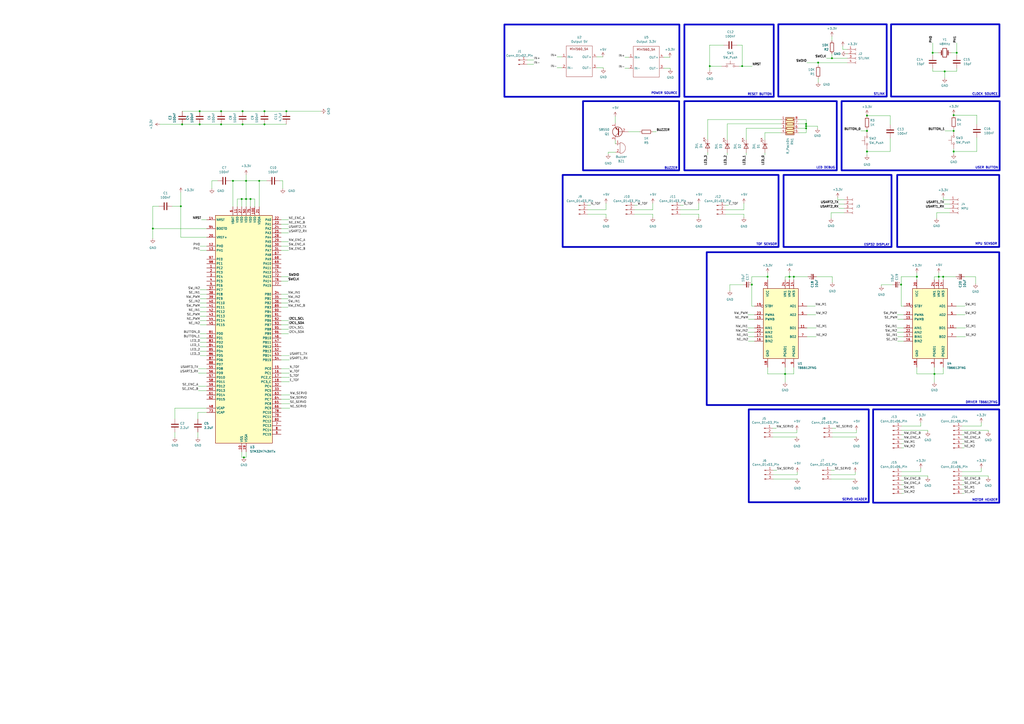
<source format=kicad_sch>
(kicad_sch (version 20231120) (generator "eeschema") (generator_version "8.0")
  (paper "A2")
  (junction (at 467.614 73.152))
  (junction (at 128.27 72.136))
  (junction (at 531.876 160.528))
  (junction (at 153.416 72.136))
  (junction (at 128.27 64.516))
  (junction (at 502.92 87.884))
  (junction (at 457.962 160.528))
  (junction (at 553.212 66.802))
  (junction (at 553.212 75.946))
  (junction (at 104.902 119.634))
  (junction (at 467.614 74.422))
  (junction (at 554.99 30.607))
  (junction (at 436.118 165.1))
  (junction (at 142.748 104.902))
  (junction (at 105.664 72.136))
  (junction (at 548.005 41.402))
  (junction (at 542.036 216.916))
  (junction (at 502.92 67.056))
  (junction (at 150.368 104.902))
  (junction (at 140.716 64.516))
  (junction (at 411.734 38.354))
  (junction (at 467.614 71.882))
  (junction (at 460.502 160.528))
  (junction (at 544.576 160.528))
  (junction (at 135.128 104.902))
  (junction (at 115.824 64.516))
  (junction (at 553.212 87.884))
  (junction (at 547.116 160.528))
  (junction (at 166.116 64.516))
  (junction (at 145.288 115.443))
  (junction (at 153.416 64.516))
  (junction (at 502.92 75.946))
  (junction (at 541.02 30.607))
  (junction (at 142.748 115.443))
  (junction (at 140.716 72.136))
  (junction (at 141.478 265.303))
  (junction (at 430.53 38.354))
  (junction (at 88.646 132.588))
  (junction (at 474.599 36.322))
  (junction (at 445.262 160.528))
  (junction (at 140.208 115.443))
  (junction (at 115.824 72.136))
  (junction (at 482.6 33.782))
  (junction (at 522.732 165.1))
  (junction (at 455.422 216.916))
  (wire (pts (xy 502.92 87.884) (xy 502.92 90.17)))
  (wire (pts (xy 502.92 87.884) (xy 516.382 87.884)))
  (wire (pts (xy 554.99 30.607) (xy 554.99 32.004)))
  (wire (pts (xy 558.038 257.302) (xy 559.308 257.302)))
  (wire (pts (xy 142.748 262.128) (xy 142.748 265.303)))
  (wire (pts (xy 115.062 216.408) (xy 119.888 216.408)))
  (wire (pts (xy 163.068 145.288) (xy 167.386 145.288)))
  (wire (pts (xy 430.53 38.354) (xy 436.372 38.354)))
  (wire (pts (xy 115.062 224.028) (xy 119.888 224.028)))
  (wire (pts (xy 541.02 30.607) (xy 541.02 32.004)))
  (wire (pts (xy 455.422 217.17) (xy 455.422 221.742)))
  (wire (pts (xy 352.806 88.392) (xy 357.124 88.392)))
  (wire (pts (xy 115.824 72.136) (xy 128.27 72.136)))
  (wire (pts (xy 428.752 38.354) (xy 430.53 38.354)))
  (wire (pts (xy 116.078 180.848) (xy 119.888 180.848)))
  (wire (pts (xy 346.202 39.37) (xy 350.012 39.37)))
  (wire (pts (xy 502.92 74.93) (xy 502.92 75.946)))
  (wire (pts (xy 551.815 30.607) (xy 554.99 30.607)))
  (wire (pts (xy 468.122 177.546) (xy 472.948 177.546)))
  (wire (pts (xy 430.53 26.162) (xy 430.53 38.354)))
  (wire (pts (xy 554.99 24.892) (xy 554.99 30.607)))
  (wire (pts (xy 554.99 39.624) (xy 554.99 41.402)))
  (wire (pts (xy 455.422 160.528) (xy 457.962 160.528)))
  (wire (pts (xy 385.064 39.624) (xy 388.874 39.624)))
  (wire (pts (xy 553.212 66.294) (xy 553.212 66.802)))
  (wire (pts (xy 88.646 132.588) (xy 119.888 132.588)))
  (wire (pts (xy 542.036 160.528) (xy 544.576 160.528)))
  (wire (pts (xy 516.382 67.056) (xy 502.92 67.056)))
  (wire (pts (xy 305.816 34.798) (xy 309.626 34.798)))
  (wire (pts (xy 457.962 160.528) (xy 460.502 160.528)))
  (wire (pts (xy 145.288 115.443) (xy 147.828 115.443)))
  (wire (pts (xy 142.748 115.443) (xy 145.288 115.443)))
  (wire (pts (xy 323.088 39.37) (xy 325.882 39.37)))
  (wire (pts (xy 423.418 165.1) (xy 431.038 165.1)))
  (wire (pts (xy 457.962 158.242) (xy 457.962 160.528)))
  (wire (pts (xy 356.87 83.312) (xy 357.124 83.312)))
  (wire (pts (xy 340.868 119.126) (xy 342.646 119.126)))
  (wire (pts (xy 542.036 162.306) (xy 542.036 160.528)))
  (wire (pts (xy 445.262 213.106) (xy 445.262 216.916)))
  (wire (pts (xy 116.078 183.388) (xy 119.888 183.388)))
  (wire (pts (xy 421.894 81.026) (xy 421.894 71.882)))
  (wire (pts (xy 356.87 71.374) (xy 356.87 67.564)))
  (wire (pts (xy 453.136 76.962) (xy 443.738 76.962)))
  (wire (pts (xy 114.808 239.268) (xy 114.808 243.078)))
  (wire (pts (xy 145.288 115.443) (xy 145.288 119.888)))
  (wire (pts (xy 531.876 213.106) (xy 531.876 216.916)))
  (wire (pts (xy 489.712 118.364) (xy 486.537 118.364)))
  (wire (pts (xy 380.746 76.454) (xy 378.714 76.454)))
  (wire (pts (xy 485.902 115.824) (xy 485.902 114.554)))
  (wire (pts (xy 116.078 142.748) (xy 119.888 142.748)))
  (wire (pts (xy 163.068 208.788) (xy 167.894 208.788)))
  (wire (pts (xy 150.368 104.902) (xy 154.686 104.902)))
  (wire (pts (xy 427.482 26.162) (xy 430.53 26.162)))
  (wire (pts (xy 541.02 41.402) (xy 548.005 41.402)))
  (wire (pts (xy 534.162 247.142) (xy 534.162 245.11)))
  (wire (pts (xy 462.534 275.336) (xy 462.534 273.812)))
  (wire (pts (xy 445.262 216.916) (xy 455.422 216.916)))
  (wire (pts (xy 346.202 33.02) (xy 349.758 33.02)))
  (wire (pts (xy 548.005 41.402) (xy 554.99 41.402)))
  (wire (pts (xy 482.092 272.796) (xy 484.124 272.796)))
  (wire (pts (xy 420.878 124.206) (xy 431.546 124.206)))
  (wire (pts (xy 558.038 281.178) (xy 559.308 281.178)))
  (wire (pts (xy 411.734 38.354) (xy 411.734 40.894)))
  (wire (pts (xy 142.748 104.902) (xy 142.748 115.443)))
  (wire (pts (xy 553.212 86.36) (xy 553.212 87.884)))
  (wire (pts (xy 163.068 213.868) (xy 167.894 213.868)))
  (wire (pts (xy 488.95 28.702) (xy 488.95 26.797)))
  (wire (pts (xy 421.894 88.646) (xy 421.894 89.916)))
  (wire (pts (xy 163.068 173.228) (xy 167.132 173.228)))
  (wire (pts (xy 522.732 160.528) (xy 531.876 160.528)))
  (wire (pts (xy 434.086 185.166) (xy 437.642 185.166)))
  (wire (pts (xy 411.734 38.354) (xy 418.592 38.354)))
  (wire (pts (xy 448.31 248.412) (xy 450.342 248.412)))
  (wire (pts (xy 116.078 198.628) (xy 119.888 198.628)))
  (wire (pts (xy 547.116 160.528) (xy 554.482 160.528)))
  (wire (pts (xy 468.122 182.626) (xy 473.202 182.626)))
  (wire (pts (xy 99.822 119.634) (xy 104.902 119.634)))
  (wire (pts (xy 547.116 162.306) (xy 547.116 160.528)))
  (wire (pts (xy 541.02 24.892) (xy 541.02 30.607)))
  (wire (pts (xy 558.038 276.098) (xy 573.278 276.098)))
  (wire (pts (xy 448.564 277.876) (xy 462.534 277.876)))
  (wire (pts (xy 116.078 203.708) (xy 119.888 203.708)))
  (wire (pts (xy 351.536 121.666) (xy 351.536 117.856)))
  (wire (pts (xy 448.564 275.336) (xy 462.534 275.336)))
  (wire (pts (xy 420.878 119.126) (xy 422.656 119.126)))
  (wire (pts (xy 116.078 168.148) (xy 119.888 168.148)))
  (wire (pts (xy 463.296 76.962) (xy 467.614 76.962)))
  (wire (pts (xy 104.902 137.668) (xy 104.902 119.634)))
  (wire (pts (xy 499.364 75.946) (xy 502.92 75.946)))
  (wire (pts (xy 371.094 76.454) (xy 364.49 76.454)))
  (wire (pts (xy 448.31 253.492) (xy 462.28 253.492)))
  (wire (pts (xy 434.086 197.866) (xy 437.642 197.866)))
  (wire (pts (xy 520.446 192.786) (xy 524.256 192.786)))
  (wire (pts (xy 351.536 124.206) (xy 351.536 126.238)))
  (wire (pts (xy 462.28 250.952) (xy 462.28 249.428)))
  (wire (pts (xy 474.218 73.152) (xy 474.218 74.422)))
  (wire (pts (xy 350.012 39.37) (xy 350.012 39.878)))
  (wire (pts (xy 522.986 252.222) (xy 524.256 252.222)))
  (wire (pts (xy 340.868 124.206) (xy 351.536 124.206)))
  (wire (pts (xy 468.122 190.246) (xy 473.456 190.246)))
  (wire (pts (xy 115.824 64.516) (xy 128.27 64.516)))
  (wire (pts (xy 448.564 272.796) (xy 450.596 272.796)))
  (wire (pts (xy 558.038 259.842) (xy 559.308 259.842)))
  (wire (pts (xy 467.614 73.152) (xy 467.614 74.422)))
  (wire (pts (xy 522.732 177.546) (xy 524.256 177.546)))
  (wire (pts (xy 455.422 216.916) (xy 460.502 216.916)))
  (wire (pts (xy 436.118 165.1) (xy 436.118 177.546)))
  (wire (pts (xy 548.132 75.946) (xy 553.212 75.946)))
  (wire (pts (xy 543.306 123.444) (xy 543.306 126.619)))
  (wire (pts (xy 116.078 178.308) (xy 119.888 178.308)))
  (wire (pts (xy 566.674 66.802) (xy 553.212 66.802)))
  (wire (pts (xy 467.614 74.422) (xy 463.296 74.422)))
  (wire (pts (xy 163.068 234.188) (xy 168.148 234.188)))
  (wire (pts (xy 385.064 33.274) (xy 388.62 33.274)))
  (wire (pts (xy 116.078 145.288) (xy 119.888 145.288)))
  (wire (pts (xy 135.128 104.902) (xy 135.128 119.888)))
  (wire (pts (xy 142.748 115.443) (xy 142.748 119.888)))
  (wire (pts (xy 116.078 173.228) (xy 119.888 173.228)))
  (wire (pts (xy 467.614 69.342) (xy 467.614 71.882)))
  (wire (pts (xy 163.068 185.928) (xy 167.386 185.928)))
  (wire (pts (xy 522.986 259.842) (xy 524.256 259.842)))
  (wire (pts (xy 114.808 250.698) (xy 114.808 253.873)))
  (wire (pts (xy 163.068 236.728) (xy 168.148 236.728)))
  (wire (pts (xy 558.038 247.142) (xy 569.214 247.142)))
  (wire (pts (xy 122.936 104.902) (xy 122.936 109.474)))
  (wire (pts (xy 522.732 160.528) (xy 522.732 165.1)))
  (wire (pts (xy 368.046 121.666) (xy 378.714 121.666)))
  (wire (pts (xy 163.068 191.008) (xy 167.386 191.008)))
  (wire (pts (xy 569.214 273.558) (xy 569.214 271.526)))
  (wire (pts (xy 522.986 276.098) (xy 538.226 276.098)))
  (wire (pts (xy 432.816 74.422) (xy 453.136 74.422)))
  (wire (pts (xy 436.118 160.528) (xy 436.118 165.1)))
  (wire (pts (xy 502.92 86.614) (xy 502.92 87.884)))
  (wire (pts (xy 520.446 190.246) (xy 524.256 190.246)))
  (wire (pts (xy 482.854 160.528) (xy 473.71 160.528)))
  (wire (pts (xy 491.49 33.782) (xy 482.6 33.782)))
  (wire (pts (xy 394.716 121.666) (xy 405.384 121.666)))
  (wire (pts (xy 520.7 197.866) (xy 524.256 197.866)))
  (wire (pts (xy 558.038 252.222) (xy 559.308 252.222)))
  (wire (pts (xy 137.668 119.888) (xy 137.668 115.443)))
  (wire (pts (xy 147.828 119.888) (xy 147.828 115.443)))
  (wire (pts (xy 566.674 72.136) (xy 566.674 66.802)))
  (wire (pts (xy 547.116 160.528) (xy 544.576 160.528)))
  (wire (pts (xy 105.664 64.516) (xy 115.824 64.516)))
  (wire (pts (xy 116.078 185.928) (xy 119.888 185.928)))
  (wire (pts (xy 502.92 67.056) (xy 502.92 67.31)))
  (wire (pts (xy 522.986 283.718) (xy 524.256 283.718)))
  (wire (pts (xy 558.038 273.558) (xy 569.214 273.558)))
  (wire (pts (xy 531.876 160.528) (xy 531.876 162.306)))
  (wire (pts (xy 388.874 39.624) (xy 388.874 40.132)))
  (wire (pts (xy 115.062 226.568) (xy 119.888 226.568)))
  (wire (pts (xy 443.738 76.962) (xy 443.738 81.026)))
  (wire (pts (xy 522.986 249.682) (xy 538.226 249.682)))
  (wire (pts (xy 119.888 239.268) (xy 114.808 239.268)))
  (wire (pts (xy 522.986 273.558) (xy 534.162 273.558)))
  (wire (pts (xy 92.71 72.136) (xy 105.664 72.136)))
  (wire (pts (xy 362.458 39.624) (xy 364.744 39.624)))
  (wire (pts (xy 105.664 72.136) (xy 115.824 72.136)))
  (wire (pts (xy 554.736 182.626) (xy 559.816 182.626)))
  (wire (pts (xy 411.607 26.162) (xy 419.862 26.162)))
  (wire (pts (xy 467.614 74.422) (xy 467.614 76.962)))
  (wire (pts (xy 119.888 236.728) (xy 101.473 236.728)))
  (wire (pts (xy 516.382 72.39) (xy 516.382 67.056)))
  (wire (pts (xy 163.068 163.068) (xy 167.132 163.068)))
  (wire (pts (xy 544.576 158.242) (xy 544.576 160.528)))
  (wire (pts (xy 140.716 72.136) (xy 153.416 72.136)))
  (wire (pts (xy 482.854 163.83) (xy 482.854 160.528)))
  (wire (pts (xy 126.238 104.902) (xy 122.936 104.902)))
  (wire (pts (xy 559.562 160.528) (xy 565.912 160.528)))
  (wire (pts (xy 553.212 66.802) (xy 553.212 67.056)))
  (wire (pts (xy 522.986 254.762) (xy 524.256 254.762)))
  (wire (pts (xy 119.888 137.668) (xy 104.902 137.668)))
  (wire (pts (xy 522.986 247.142) (xy 534.162 247.142)))
  (wire (pts (xy 531.876 216.916) (xy 542.036 216.916)))
  (wire (pts (xy 142.748 265.303) (xy 141.478 265.303)))
  (wire (pts (xy 150.368 119.888) (xy 150.368 104.902)))
  (wire (pts (xy 163.068 135.128) (xy 167.386 135.128)))
  (wire (pts (xy 142.748 104.902) (xy 135.128 104.902)))
  (wire (pts (xy 522.986 286.258) (xy 524.256 286.258)))
  (wire (pts (xy 558.038 278.638) (xy 559.308 278.638)))
  (wire (pts (xy 116.078 188.468) (xy 119.888 188.468)))
  (wire (pts (xy 410.464 88.392) (xy 410.464 89.916)))
  (wire (pts (xy 405.384 121.666) (xy 405.384 117.856)))
  (wire (pts (xy 436.118 160.528) (xy 445.262 160.528)))
  (wire (pts (xy 340.868 121.666) (xy 351.536 121.666)))
  (wire (pts (xy 554.736 177.546) (xy 559.816 177.546)))
  (wire (pts (xy 162.306 104.902) (xy 164.084 104.902)))
  (wire (pts (xy 163.068 193.548) (xy 167.386 193.548)))
  (wire (pts (xy 432.816 88.646) (xy 432.816 89.916)))
  (wire (pts (xy 356.87 81.534) (xy 356.87 83.312)))
  (wire (pts (xy 547.116 115.824) (xy 547.116 114.554)))
  (wire (pts (xy 135.128 104.902) (xy 133.858 104.902)))
  (wire (pts (xy 573.278 249.682) (xy 573.278 250.444)))
  (wire (pts (xy 163.068 160.528) (xy 167.386 160.528)))
  (wire (pts (xy 163.068 178.308) (xy 167.132 178.308)))
  (wire (pts (xy 432.816 81.026) (xy 432.816 74.422)))
  (wire (pts (xy 436.118 177.546) (xy 437.642 177.546)))
  (wire (pts (xy 482.6 23.622) (xy 482.6 21.082)))
  (wire (pts (xy 558.038 286.258) (xy 559.308 286.258)))
  (wire (pts (xy 140.208 262.128) (xy 140.208 265.303)))
  (wire (pts (xy 104.902 119.634) (xy 104.902 111.506)))
  (wire (pts (xy 88.646 138.43) (xy 88.646 132.588)))
  (wire (pts (xy 489.712 115.824) (xy 485.902 115.824)))
  (wire (pts (xy 542.036 216.916) (xy 542.036 213.106)))
  (wire (pts (xy 163.068 188.468) (xy 167.386 188.468)))
  (wire (pts (xy 433.832 190.246) (xy 437.642 190.246)))
  (wire (pts (xy 550.926 120.904) (xy 547.751 120.904)))
  (wire (pts (xy 368.046 119.126) (xy 369.824 119.126)))
  (wire (pts (xy 460.502 160.528) (xy 468.63 160.528)))
  (wire (pts (xy 163.068 175.768) (xy 167.132 175.768)))
  (wire (pts (xy 140.208 115.443) (xy 140.208 119.888)))
  (wire (pts (xy 474.599 36.322) (xy 474.599 37.846)))
  (wire (pts (xy 163.068 142.748) (xy 167.386 142.748)))
  (wire (pts (xy 140.208 265.303) (xy 141.478 265.303)))
  (wire (pts (xy 140.208 115.443) (xy 142.748 115.443)))
  (wire (pts (xy 101.473 250.698) (xy 101.473 253.873)))
  (wire (pts (xy 517.652 165.1) (xy 511.302 165.1)))
  (wire (pts (xy 163.068 231.648) (xy 168.148 231.648)))
  (wire (pts (xy 460.502 213.106) (xy 460.502 216.916)))
  (wire (pts (xy 163.068 218.948) (xy 167.894 218.948)))
  (wire (pts (xy 482.6 33.782) (xy 479.425 33.782)))
  (wire (pts (xy 142.748 104.902) (xy 150.368 104.902)))
  (wire (pts (xy 421.894 71.882) (xy 453.136 71.882)))
  (wire (pts (xy 128.27 64.516) (xy 140.716 64.516)))
  (wire (pts (xy 558.038 254.762) (xy 559.308 254.762)))
  (wire (pts (xy 541.02 39.624) (xy 541.02 41.402)))
  (wire (pts (xy 431.546 121.666) (xy 431.546 117.856)))
  (wire (pts (xy 405.384 124.206) (xy 405.384 126.238)))
  (wire (pts (xy 554.736 195.326) (xy 560.07 195.326)))
  (wire (pts (xy 163.068 206.248) (xy 167.894 206.248)))
  (wire (pts (xy 410.464 80.772) (xy 410.464 69.342)))
  (wire (pts (xy 323.088 33.02) (xy 325.882 33.02)))
  (wire (pts (xy 410.464 69.342) (xy 453.136 69.342)))
  (wire (pts (xy 467.995 36.322) (xy 474.599 36.322)))
  (wire (pts (xy 164.084 104.902) (xy 164.084 109.474)))
  (wire (pts (xy 467.614 73.152) (xy 474.218 73.152)))
  (wire (pts (xy 522.986 278.638) (xy 524.256 278.638)))
  (wire (pts (xy 538.226 276.098) (xy 538.226 276.86)))
  (wire (pts (xy 362.458 33.274) (xy 364.744 33.274)))
  (wire (pts (xy 163.068 127.508) (xy 167.386 127.508)))
  (wire (pts (xy 491.49 31.242) (xy 490.855 31.242)))
  (wire (pts (xy 558.038 283.718) (xy 559.308 283.718)))
  (wire (pts (xy 482.854 250.952) (xy 496.824 250.952)))
  (wire (pts (xy 496.824 250.952) (xy 496.824 249.428)))
  (wire (pts (xy 502.92 66.548) (xy 502.92 67.056)))
  (wire (pts (xy 394.716 124.206) (xy 405.384 124.206)))
  (wire (pts (xy 305.816 37.338) (xy 309.626 37.338)))
  (wire (pts (xy 378.714 124.206) (xy 378.714 126.238)))
  (wire (pts (xy 482.092 277.876) (xy 496.062 277.876)))
  (wire (pts (xy 489.712 123.444) (xy 482.092 123.444)))
  (wire (pts (xy 482.092 123.444) (xy 482.092 126.619)))
  (wire (pts (xy 116.078 196.088) (xy 119.888 196.088)))
  (wire (pts (xy 550.926 118.364) (xy 547.751 118.364)))
  (wire (pts (xy 554.736 190.246) (xy 560.07 190.246)))
  (wire (pts (xy 520.7 185.166) (xy 524.256 185.166)))
  (wire (pts (xy 457.962 160.528) (xy 457.962 162.306)))
  (wire (pts (xy 520.446 182.626) (xy 524.256 182.626)))
  (wire (pts (xy 394.716 119.126) (xy 396.494 119.126)))
  (wire (pts (xy 411.607 26.162) (xy 411.607 38.354)))
  (wire (pts (xy 163.068 132.588) (xy 167.386 132.588)))
  (wire (pts (xy 116.078 193.548) (xy 119.888 193.548)))
  (wire (pts (xy 569.214 247.142) (xy 569.214 245.11)))
  (wire (pts (xy 474.599 36.322) (xy 491.49 36.322)))
  (wire (pts (xy 88.646 119.634) (xy 92.202 119.634)))
  (wire (pts (xy 496.062 275.336) (xy 496.062 273.812)))
  (wire (pts (xy 511.302 165.1) (xy 511.302 165.862)))
  (wire (pts (xy 573.278 276.098) (xy 573.278 276.86)))
  (wire (pts (xy 550.926 123.444) (xy 543.306 123.444)))
  (wire (pts (xy 538.226 249.682) (xy 538.226 250.444)))
  (wire (pts (xy 565.912 160.528) (xy 565.912 164.592)))
  (wire (pts (xy 448.31 250.952) (xy 462.28 250.952)))
  (wire (pts (xy 491.49 28.702) (xy 488.95 28.702)))
  (wire (pts (xy 163.068 130.048) (xy 167.386 130.048)))
  (wire (pts (xy 163.068 170.688) (xy 167.132 170.688)))
  (wire (pts (xy 142.748 101.346) (xy 142.748 104.902)))
  (wire (pts (xy 153.416 72.136) (xy 166.116 72.136)))
  (wire (pts (xy 482.854 253.492) (xy 496.824 253.492)))
  (wire (pts (xy 420.878 121.666) (xy 431.546 121.666)))
  (wire (pts (xy 116.078 175.768) (xy 119.888 175.768)))
  (wire (pts (xy 502.92 75.946) (xy 502.92 76.454)))
  (wire (pts (xy 163.068 140.208) (xy 167.386 140.208)))
  (wire (pts (xy 566.674 79.756) (xy 566.674 87.884)))
  (wire (pts (xy 128.27 72.136) (xy 140.716 72.136)))
  (wire (pts (xy 547.116 213.106) (xy 547.116 216.916)))
  (wire (pts (xy 433.832 192.786) (xy 437.642 192.786)))
  (wire (pts (xy 522.732 165.1) (xy 522.732 177.546)))
  (wire (pts (xy 489.712 120.904) (xy 486.537 120.904)))
  (wire (pts (xy 115.062 213.868) (xy 119.888 213.868)))
  (wire (pts (xy 467.614 71.882) (xy 463.296 71.882)))
  (wire (pts (xy 522.986 257.302) (xy 524.256 257.302)))
  (wire (pts (xy 482.6 33.782) (xy 482.6 31.242)))
  (wire (pts (xy 423.418 168.656) (xy 423.418 165.1)))
  (wire (pts (xy 455.422 162.306) (xy 455.422 160.528)))
  (wire (pts (xy 455.422 216.916) (xy 455.422 213.106)))
  (wire (pts (xy 119.888 127.508) (xy 116.84 127.508)))
  (wire (pts (xy 522.986 281.178) (xy 524.256 281.178)))
  (wire (pts (xy 153.416 64.516) (xy 166.116 64.516)))
  (wire (pts (xy 542.036 217.17) (xy 542.036 221.742)))
  (wire (pts (xy 352.806 89.408) (xy 352.806 88.392)))
  (wire (pts (xy 411.607 38.354) (xy 411.734 38.354)))
  (wire (pts (xy 468.122 195.326) (xy 473.456 195.326)))
  (wire (pts (xy 566.674 87.884) (xy 553.212 87.884)))
  (wire (pts (xy 531.876 158.242) (xy 531.876 160.528)))
  (wire (pts (xy 467.614 71.882) (xy 467.614 73.152)))
  (wire (pts (xy 116.078 201.168) (xy 119.888 201.168)))
  (wire (pts (xy 445.262 160.528) (xy 445.262 162.306)))
  (wire (pts (xy 378.714 121.666) (xy 378.714 117.856)))
  (wire (pts (xy 443.738 88.646) (xy 443.738 89.916)))
  (wire (pts (xy 116.078 170.688) (xy 119.888 170.688)))
  (wire (pts (xy 163.068 229.108) (xy 168.148 229.108)))
  (wire (pts (xy 460.502 160.528) (xy 460.502 162.306)))
  (wire (pts (xy 140.716 64.516) (xy 153.416 64.516)))
  (wire (pts (xy 516.382 87.884) (xy 516.382 80.01)))
  (wire (pts (xy 553.212 74.676) (xy 553.212 75.946)))
  (wire (pts (xy 544.576 160.528) (xy 544.576 162.306)))
  (wire (pts (xy 553.212 87.884) (xy 553.212 89.408)))
  (wire (pts (xy 474.599 45.466) (xy 474.599 47.752)))
  (wire (pts (xy 558.038 249.682) (xy 573.278 249.682)))
  (wire (pts (xy 482.854 248.412) (xy 484.886 248.412)))
  (wire (pts (xy 431.546 124.206) (xy 431.546 126.238)))
  (wire (pts (xy 463.296 69.342) (xy 467.614 69.342)))
  (wire (pts (xy 434.086 195.326) (xy 437.642 195.326)))
  (wire (pts (xy 88.646 132.588) (xy 88.646 119.634)))
  (wire (pts (xy 482.092 275.336) (xy 496.062 275.336)))
  (wire (pts (xy 433.832 182.626) (xy 437.642 182.626)))
  (wire (pts (xy 137.668 115.443) (xy 140.208 115.443)))
  (wire (pts (xy 163.068 216.408) (xy 167.894 216.408)))
  (wire (pts (xy 101.473 236.728) (xy 101.473 243.078)))
  (wire (pts (xy 166.116 64.516) (xy 186.182 64.516)))
  (wire (pts (xy 544.195 30.607) (xy 541.02 30.607)))
  (wire (pts (xy 548.005 41.402) (xy 548.005 45.212)))
  (wire (pts (xy 163.068 221.488) (xy 167.894 221.488)))
  (wire (pts (xy 368.046 124.206) (xy 378.714 124.206)))
  (wire (pts (xy 550.926 115.824) (xy 547.116 115.824)))
  (wire (pts (xy 116.078 206.248) (xy 119.888 206.248)))
  (wire (pts (xy 534.162 273.558) (xy 534.162 271.526)))
  (wire (pts (xy 553.212 75.946) (xy 553.212 76.2)))
  (wire (pts (xy 520.7 195.326) (xy 524.256 195.326)))
  (wire (pts (xy 542.036 216.916) (xy 547.116 216.916)))
  (wire (pts (xy 445.262 158.242) (xy 445.262 160.528)))
  (rectangle (start 451.485 14.097) (end 514.35 56.007) (stroke (width 1)))
  (rectangle (start 397.002 14.224) (end 448.818 56.134) (stroke (width 1)))
  (rectangle (start 292.608 14.224) (end 394.081 56.134) (stroke (width 1)))
  (rectangle (start 454.533 101.473) (end 517.144 143.256) (stroke (width 1)))
  (rectangle (start 338.201 58.674) (end 393.954 98.806) (stroke (width 1)))
  (rectangle (start 506.476 237.49) (end 579.628 291.592) (stroke (width 1)))
  (rectangle (start 488.188 58.674) (end 579.882 98.806) (stroke (width 1)))
  (rectangle (start 409.956 146.304) (end 579.628 234.95) (stroke (width 1)))
  (rectangle (start 434.34 237.49) (end 503.936 291.338) (stroke (width 1)))
  (rectangle (start 520.446 101.473) (end 579.628 143.256) (stroke (width 1)))
  (rectangle (start 326.39 101.473) (end 451.612 143.256) (stroke (width 1)))
  (rectangle (start 397.002 58.674) (end 485.394 98.806) (stroke (width 1)))
  (rectangle (start 516.89 14.097) (end 579.755 56.007) (stroke (width 1)))
  (text "LED DEBUG\n" (at 473.456 98.044 0) (effects (font (size 1.27 1.27) (bold yes)) (justify left bottom)))
  (text "SERVO HEADER" (at 488.442 290.576 0) (effects (font (size 1.27 1.27) (bold yes)) (justify left bottom)))
  (text "USER BUTTON\n" (at 565.658 98.044 0) (effects (font (size 1.27 1.27) (bold yes)) (justify left bottom)))
  (text "BUZZER\n" (at 385.318 98.298 0) (effects (font (size 1.27 1.27) (bold yes)) (justify left bottom)))
  (text "RESET BUTTON\n" (at 433.578 55.499 0) (effects (font (size 1.27 1.27) (bold yes)) (justify left bottom)))
  (text "POWER SOURCE" (at 377.698 54.864 0) (effects (font (size 1.27 1.27) (bold yes)) (justify left bottom)))
  (text "MOTOR HEADER" (at 563.88 290.83 0) (effects (font (size 1.27 1.27) (bold yes)) (justify left bottom)))
  (text "STLINK\n" (at 506.73 55.372 0) (effects (font (size 1.27 1.27) (bold yes)) (justify left bottom)))
  (text "ESP32 DISPLAY\n" (at 501.142 142.748 0) (effects (font (size 1.27 1.27) (bold yes)) (justify left bottom)))
  (text "DRIVER TB6612FNG" (at 560.07 234.188 0) (effects (font (size 1.27 1.27) (bold yes)) (justify left bottom)))
  (text "MPU SENSOR\n" (at 565.658 142.24 0) (effects (font (size 1.27 1.27) (bold yes)) (justify left bottom)))
  (text "CLOCK SOURCE\n" (at 563.88 55.372 0) (effects (font (size 1.27 1.27) (bold yes)) (justify left bottom)))
  (text "TOF SENSOR" (at 438.658 142.494 0) (effects (font (size 1.27 1.27) (bold yes)) (justify left bottom)))
  (label "PH1" (at 554.99 24.892 90) (effects (font (bold yes))))
  (label "NW_M2" (at 524.256 259.842 0))
  (label "NW_ENC_A" (at 167.386 140.208 0))
  (label "NW_M1" (at 472.948 177.546 0))
  (label "SW_IN2" (at 520.446 192.786 180))
  (label "SE_IN2" (at 520.7 197.866 180))
  (label "NW_IN1" (at 167.132 170.688 0))
  (label "BUTTON_0" (at 116.078 193.548 180))
  (label "N_TOF" (at 167.894 213.868 0))
  (label "SE_M2" (at 560.07 195.326 0))
  (label "SWCLK" (at 479.425 33.782 180) (effects (font (bold yes))))
  (label "SW_M2" (at 524.256 286.258 0))
  (label "NW_PWM" (at 116.078 173.228 180))
  (label "SE_SERVO" (at 168.148 234.188 0))
  (label "NE_M1" (at 473.456 190.246 0))
  (label "SW_IN2" (at 116.078 168.148 180))
  (label "NE_ENC_B" (at 167.386 130.048 0))
  (label "IN-" (at 309.626 37.338 0))
  (label "USART2_TX" (at 167.386 132.588 0))
  (label "NW_ENC_B" (at 167.132 178.308 0))
  (label "NW_M1" (at 524.256 257.302 0))
  (label "SW_SERVO" (at 450.596 272.796 0))
  (label "USART1_TX" (at 167.894 206.248 0))
  (label "SW_IN1" (at 167.132 175.768 0))
  (label "SE_M2" (at 559.308 286.258 0))
  (label "IN-" (at 362.458 39.624 180))
  (label "SW_ENC_B" (at 167.386 145.288 0))
  (label "SE_ENC_B" (at 559.308 278.638 0))
  (label "SE_M1" (at 559.308 283.718 0))
  (label "PH1" (at 116.078 145.288 180))
  (label "NE_ENC_B" (at 559.308 252.222 0))
  (label "NE_ENC_A" (at 559.308 254.762 0))
  (label "LED_3" (at 410.464 89.916 270) (effects (font (bold yes))))
  (label "USART1_RX" (at 167.894 208.788 0))
  (label "BUTTON_1" (at 548.132 75.946 180) (effects (font (bold yes))))
  (label "LED_1" (at 432.816 89.916 270) (effects (font (bold yes))))
  (label "NE_SERVO" (at 484.886 248.412 0))
  (label "S_TOF" (at 167.894 218.948 0))
  (label "W_TOF" (at 167.894 216.408 0))
  (label "NRST" (at 436.372 38.354 0) (effects (font (bold yes))))
  (label "BUZZER" (at 380.746 76.454 0) (effects (font (bold yes))))
  (label "IN+" (at 362.458 33.274 180))
  (label "NE_PWM" (at 434.086 185.166 180))
  (label "NE_IN1" (at 116.078 180.848 180))
  (label "PH0" (at 116.078 142.748 180))
  (label "USART3_RX" (at 115.062 216.408 180))
  (label "NW_PWM" (at 433.832 182.626 180))
  (label "USART1_RX" (at 547.751 120.904 180) (effects (font (bold yes))))
  (label "LED_2" (at 421.894 89.916 270) (effects (font (bold yes))))
  (label "W_TOF" (at 369.824 119.126 0))
  (label "IN+" (at 309.626 34.798 0))
  (label "SE_SERVO" (at 484.124 272.796 0))
  (label "E_TOF" (at 167.894 221.488 0))
  (label "S_TOF" (at 396.494 119.126 0))
  (label "NE_M1" (at 559.308 257.302 0))
  (label "NE_IN2" (at 434.086 197.866 180))
  (label "NW_ENC_A" (at 524.256 254.762 0))
  (label "NE_PWM" (at 116.078 185.928 180))
  (label "SW_ENC_B" (at 524.256 278.638 0))
  (label "SE_IN1" (at 116.078 170.688 180))
  (label "USART1_TX" (at 547.751 118.364 180) (effects (font (bold yes))))
  (label "NW_SERVO" (at 168.148 229.108 0))
  (label "LED_3" (at 116.078 206.248 180))
  (label "USART2_RX" (at 167.386 135.128 0))
  (label "SW_M2" (at 559.816 182.626 0))
  (label "NE_M2" (at 559.308 259.842 0))
  (label "BUTTON_0" (at 499.364 75.946 180) (effects (font (bold yes))))
  (label "USART2_RX" (at 486.537 120.904 180) (effects (font (bold yes))))
  (label "SE_ENC_A" (at 559.308 281.178 0))
  (label "IN-" (at 323.088 39.37 180))
  (label "I2C4_SDA" (at 167.386 193.548 0))
  (label "NW_IN1" (at 433.832 190.246 180))
  (label "I2C4_SCL" (at 167.386 191.008 0))
  (label "LED_0" (at 443.738 89.916 270) (effects (font (bold yes))))
  (label "SE_ENC_B" (at 115.062 226.568 180))
  (label "NE_ENC_A" (at 167.386 127.508 0))
  (label "I2C1_SCL" (at 167.386 185.928 0) (effects (font (bold yes))))
  (label "NW_ENC_B" (at 524.256 252.222 0))
  (label "NE_M2" (at 473.456 195.326 0))
  (label "SWDIO" (at 167.386 160.528 0) (effects (font (bold yes))))
  (label "LED_2" (at 116.078 203.708 180))
  (label "SE_M1" (at 560.07 190.246 0))
  (label "IN+" (at 323.088 33.02 180))
  (label "NE_SERVO" (at 168.148 236.728 0))
  (label "SE_ENC_A" (at 115.062 224.028 180))
  (label "SW_PWM" (at 520.446 182.626 180))
  (label "NW_M2" (at 473.202 182.626 0))
  (label "SWDIO" (at 467.995 36.322 180) (effects (font (bold yes))))
  (label "LED_1" (at 116.078 201.168 180))
  (label "USART3_TX" (at 115.062 213.868 180))
  (label "SE_IN1" (at 520.7 195.326 180))
  (label "SE_PWM" (at 116.078 183.388 180))
  (label "N_TOF" (at 342.646 119.126 0))
  (label "NE_IN1" (at 434.086 195.326 180))
  (label "SW_ENC_A" (at 167.386 142.748 0))
  (label "SW_PWM" (at 116.078 178.308 180))
  (label "NRST" (at 116.84 127.508 180) (effects (font (bold yes))))
  (label "LED_0" (at 116.078 198.628 180))
  (label "SE_IN2" (at 116.078 175.768 180))
  (label "NW_IN2" (at 167.132 173.228 0))
  (label "BUTTON_1" (at 116.078 196.088 180))
  (label "PH0" (at 541.02 24.892 90) (effects (font (bold yes))))
  (label "NE_IN2" (at 116.078 188.468 180))
  (label "E_TOF" (at 422.656 119.126 0))
  (label "SW_M1" (at 524.256 283.718 0))
  (label "SWCLK" (at 167.132 163.068 0) (effects (font (bold yes))))
  (label "SW_SERVO" (at 168.148 231.648 0))
  (label "SW_M1" (at 559.816 177.546 0))
  (label "SE_PWM" (at 520.7 185.166 180))
  (label "NW_SERVO" (at 450.342 248.412 0))
  (label "NW_IN2" (at 433.832 192.786 180))
  (label "SW_IN1" (at 520.446 190.246 180))
  (label "USART2_TX" (at 486.537 118.364 180) (effects (font (bold yes))))
  (label "SW_ENC_A" (at 524.256 281.178 0))
  (label "I2C1_SDA" (at 167.386 188.468 0) (effects (font (bold yes))))
  (symbol (lib_name "GND_4") (lib_id "power:GND") (at 405.384 126.238 0) (unit 1)
    (property "Reference" "#PWR055" (effects (hide yes)))
    (property "Value" "GND" (at 405.384 131.318 0))
    (property "Description" "Power symbol creates a global label with name \"GND\" , ground" (effects (hide yes)))
  )
  (symbol (lib_id "Driver_Motor:TB6612FNG") (at 452.882 187.706 0) (unit 1)
    (property "Reference" "U1" (at 462.6961 210.82 0) (effects (justify left)))
    (property "Value" "TB6612FNG" (at 462.6961 213.36 0) (effects (justify left)))
    (property "Footprint" "Package_SO:SSOP-24_5.3x8.2mm_P0.65mm" (effects (hide yes)))
    (property "Datasheet" "https://toshiba.semicon-storage.com/us/product/linear/motordriver/detail.TB6612FNG.html" (effects (hide yes)))
    (property "Description" "Driver IC for Dual DC motor, SSOP-24" (effects (hide yes)))
  )
  (symbol (lib_id "power:GND") (at 164.084 109.474 0) (unit 1)
    (property "Reference" "#PWR09" (effects (hide yes)))
    (property "Value" "GND" (at 167.132 110.7439 0) (effects (justify left)))
  )
  (symbol (lib_id "Connector:Conn_01x03_Pin") (at 415.798 121.666 0) (unit 1)
    (property "Reference" "J12" (at 416.433 114.046 0))
    (property "Value" "Conn_01x03_Pin" (at 416.433 116.586 0))
    (property "Footprint" "Connector_JST:JST_SH_BM03B-SRSS-TB_1x03-1MP_P1.00mm_Vertical" (effects (hide yes)))
    (property "Description" "Generic connector, single row, 01x03, script generated" (effects (hide yes)))
  )
  (symbol (lib_id "Device:R_Pack04") (at 458.216 74.422 270) (unit 1)
    (property "Reference" "RN1" (at 459.486 80.01 0) (effects (justify left)))
    (property "Value" "R_Pack04" (at 456.946 80.01 0) (effects (justify left)))
    (property "Footprint" "Resistor_SMD:R_Array_Convex_4x0603" (effects (hide yes)))
  )
  (symbol (lib_id "power:GND") (at 502.92 90.17 0) (unit 1)
    (property "Reference" "#PWR022" (effects (hide yes)))
    (property "Value" "GND" (at 502.92 95.504 0))
  )
  (symbol (lib_id "Device:C") (at 554.99 35.814 180) (unit 1)
    (property "Reference" "C15" (at 558.8 34.5439 0) (effects (justify right)))
    (property "Value" "15pF" (at 558.8 37.0839 0) (effects (justify right)))
    (property "Footprint" "Capacitor_SMD:C_0402_1005Metric" (effects (hide yes)))
  )
  (symbol (lib_id "power:GND") (at 114.808 253.873 0) (unit 1)
    (property "Reference" "#PWR05" (effects (hide yes)))
    (property "Value" "GND" (at 114.808 258.318 0))
  )
  (symbol (lib_id "Device:Buzzer") (at 359.664 85.852 0) (unit 1)
    (property "Reference" "BZ1" (at 360.4191 93.472 0))
    (property "Value" "Buzzer" (at 360.4191 90.932 0))
    (property "Footprint" "Buzzer_Beeper:MagneticBuzzer_CUI_CMT-8504-100-SMT" (effects (hide yes)))
  )
  (symbol (lib_id "Device:Crystal") (at 548.005 30.607 0) (unit 1)
    (property "Reference" "Y1" (at 548.005 22.987 0))
    (property "Value" "48MHz" (at 548.005 25.527 0))
    (property "Footprint" "Crystal:Crystal_SMD_3225-4Pin_3.2x2.5mm_HandSoldering" (effects (hide yes)))
  )
  (symbol (lib_name "GND_5") (lib_id "power:GND") (at 573.278 276.86 0) (unit 1)
    (property "Reference" "#PWR065" (effects (hide yes)))
    (property "Value" "GND" (at 573.278 281.686 0))
    (property "Description" "Power symbol creates a global label with name \"GND\" , ground" (effects (hide yes)))
  )
  (symbol (lib_id "power:GND") (at 543.306 126.619 0) (unit 1)
    (property "Reference" "#PWR027" (effects (hide yes)))
    (property "Value" "GND" (at 543.306 131.064 0))
  )
  (symbol (lib_id "power:+12V") (at 544.576 158.242 0) (unit 1)
    (property "Reference" "#PWR048" (effects (hide yes)))
    (property "Value" "+5V" (at 544.576 153.67 0))
  )
  (symbol (lib_id "power:GND") (at 474.599 47.752 0) (unit 1)
    (property "Reference" "#PWR013" (effects (hide yes)))
    (property "Value" "GND" (at 477.393 49.0219 0) (effects (justify left)))
  )
  (symbol (lib_id "Device:C") (at 140.716 68.326 180) (unit 1)
    (property "Reference" "C8" (at 133.731 68.326 90))
    (property "Value" "100nF" (at 136.271 68.326 90))
    (property "Footprint" "Capacitor_SMD:C_0402_1005Metric" (effects (hide yes)))
  )
  (symbol (lib_name "+5V_3") (lib_id "power:+5V") (at 405.384 117.856 0) (unit 1)
    (property "Reference" "#PWR054" (effects (hide yes)))
    (property "Value" "+5V" (at 405.384 112.776 0))
    (property "Description" "Power symbol creates a global label with name \"+5V\"" (effects (hide yes)))
  )
  (symbol (lib_id "power:GND") (at 565.912 164.592 0) (unit 1)
    (property "Reference" "#PWR049" (effects (hide yes)))
    (property "Value" "GND" (at 565.912 169.164 0))
  )
  (symbol (lib_name "+3.3V_2") (lib_id "power:+3.3V") (at 569.214 245.11 0) (unit 1)
    (property "Reference" "#PWR060" (effects (hide yes)))
    (property "Value" "+3.3V" (at 569.214 240.792 0))
    (property "Description" "Power symbol creates a global label with name \"+3.3V\"" (effects (hide yes)))
  )
  (symbol (lib_id "Device:C") (at 566.674 75.946 180) (unit 1)
    (property "Reference" "C16" (at 570.738 74.676 0) (effects (justify right)))
    (property "Value" "100nF" (at 570.738 77.216 0) (effects (justify right)))
    (property "Footprint" "Capacitor_SMD:C_0402_1005Metric" (effects (hide yes)))
  )
  (symbol (lib_id "power:+3.3V") (at 142.748 101.346 0) (unit 1)
    (property "Reference" "#PWR08" (effects (hide yes)))
    (property "Value" "+3.3V" (at 142.748 96.266 0))
  )
  (symbol (lib_id "Connector:Conn_01x04_Socket") (at 496.57 31.242 0) (unit 1)
    (property "Reference" "J2" (at 497.84 31.2419 0) (effects (justify left)))
    (property "Value" "STLINK" (at 497.84 33.7819 0) (effects (justify left)))
    (property "Footprint" "Connector_JST:JST_SH_SM04B-SRSS-TB_1x04-1MP_P1.00mm_Horizontal" (effects (hide yes)))
  )
  (symbol (lib_id "Device:C") (at 166.116 68.326 180) (unit 1)
    (property "Reference" "C11" (at 160.02 69.596 90) (effects (justify right)))
    (property "Value" "4.7uF" (at 162.56 70.612 90) (effects (justify right)))
    (property "Footprint" "Capacitor_Tantalum_SMD:CP_EIA-3216-10_Kemet-I" (effects (hide yes)))
  )
  (symbol (lib_id "Connector:Conn_01x03_Pin") (at 335.788 121.666 0) (unit 1)
    (property "Reference" "J9" (at 336.423 114.046 0))
    (property "Value" "Conn_01x03_Pin" (at 336.423 116.586 0))
    (property "Footprint" "Connector_JST:JST_SH_BM03B-SRSS-TB_1x03-1MP_P1.00mm_Vertical" (effects (hide yes)))
    (property "Description" "Generic connector, single row, 01x03, script generated" (effects (hide yes)))
  )
  (symbol (lib_id "Device:C_Polarized_Small") (at 471.17 160.528 90) (unit 1)
    (property "Reference" "C18" (at 471.17 166.878 0) (effects (justify left)))
    (property "Value" "10uF" (at 473.71 166.878 0) (effects (justify left)))
    (property "Footprint" "Capacitor_SMD:C_0603_1608Metric" (effects (hide yes)))
  )
  (symbol (lib_id "Connector:Conn_01x04_Socket") (at 556.006 118.364 0) (unit 1)
    (property "Reference" "J4" (at 557.53 118.3639 0) (effects (justify left)))
    (property "Value" "MPU" (at 557.53 120.9039 0) (effects (justify left)))
    (property "Footprint" "Connector_PinHeader_2.54mm:PinHeader_1x04_P2.54mm_Vertical" (effects (hide yes)))
  )
  (symbol (lib_id "Connector:Conn_01x03_Pin") (at 477.012 275.336 0) (unit 1)
    (property "Reference" "J7" (at 477.012 267.208 0))
    (property "Value" "Conn_01x03_Pin" (at 477.774 269.494 0))
    (property "Footprint" "Connector_JST:JST_SH_BM03B-SRSS-TB_1x03-1MP_P1.00mm_Vertical" (effects (hide yes)))
    (property "Description" "Generic connector, single row, 01x03, script generated" (effects (hide yes)))
  )
  (symbol (lib_id "Device:C") (at 96.012 119.634 90) (unit 1)
    (property "Reference" "C1" (at 96.012 112.014 90))
    (property "Value" "100nF" (at 96.012 114.554 90))
    (property "Footprint" "Capacitor_SMD:C_0402_1005Metric" (effects (hide yes)))
  )
  (symbol (lib_id "Device:R") (at 474.599 41.656 180) (unit 1)
    (property "Reference" "R1" (at 472.694 42.926 0) (effects (justify left)))
    (property "Value" "10K" (at 472.694 40.386 0) (effects (justify left)))
    (property "Footprint" "Resistor_SMD:R_0402_1005Metric" (effects (hide yes)))
  )
  (symbol (lib_id "Device:C_Polarized_Small") (at 433.578 165.1 270) (unit 1)
    (property "Reference" "C17" (at 433.578 158.75 0) (effects (justify left)))
    (property "Value" "10uF" (at 431.038 158.75 0) (effects (justify left)))
    (property "Footprint" "Capacitor_SMD:C_0603_1608Metric" (effects (hide yes)))
  )
  (symbol (lib_name "+5V_3") (lib_id "power:+5V") (at 378.714 117.856 0) (unit 1)
    (property "Reference" "#PWR052" (effects (hide yes)))
    (property "Value" "+5V" (at 378.714 112.776 0))
    (property "Description" "Power symbol creates a global label with name \"+5V\"" (effects (hide yes)))
  )
  (symbol (lib_id "power:GND") (at 141.478 265.303 0) (unit 1)
    (property "Reference" "#PWR07" (effects (hide yes)))
    (property "Value" "GND" (at 141.478 269.748 0))
  )
  (symbol (lib_id "Device:LED") (at 410.464 84.582 270) (unit 1)
    (property "Reference" "D4" (at 406.654 84.582 0))
    (property "Value" "3VL" (at 404.114 84.582 0))
    (property "Footprint" "LED_SMD:LED_0603_1608Metric" (effects (hide yes)))
  )
  (symbol (lib_id "Device:R") (at 374.904 76.454 270) (unit 1)
    (property "Reference" "R5" (at 374.904 82.804 90))
    (property "Value" "1K" (at 374.904 80.264 90))
    (property "Footprint" "Resistor_SMD:R_0402_1005Metric" (effects (hide yes)))
  )
  (symbol (lib_name "+3.3V_2") (lib_id "power:+3.3V") (at 534.162 271.526 0) (unit 1)
    (property "Reference" "#PWR062" (effects (hide yes)))
    (property "Value" "+3.3V" (at 534.162 267.208 0))
    (property "Description" "Power symbol creates a global label with name \"+3.3V\"" (effects (hide yes)))
  )
  (symbol (lib_id "power:GND") (at 482.854 163.83 0) (unit 1)
    (property "Reference" "#PWR043" (effects (hide yes)))
    (property "Value" "GND" (at 482.854 168.91 0))
  )
  (symbol (lib_name "GND_4") (lib_id "power:GND") (at 351.536 126.238 0) (unit 1)
    (property "Reference" "#PWR051" (effects (hide yes)))
    (property "Value" "GND" (at 351.536 131.318 0))
    (property "Description" "Power symbol creates a global label with name \"GND\" , ground" (effects (hide yes)))
  )
  (symbol (lib_id "Device:R") (at 482.6 27.432 180) (unit 1)
    (property "Reference" "R2" (at 480.695 28.702 0) (effects (justify left)))
    (property "Value" "10K" (at 480.695 26.162 0) (effects (justify left)))
    (property "Footprint" "Resistor_SMD:R_0402_1005Metric" (effects (hide yes)))
  )
  (symbol (lib_id "power:GND") (at 548.005 45.212 0) (unit 1)
    (property "Reference" "#PWR031" (effects (hide yes)))
    (property "Value" "GND" (at 548.005 49.657 0))
  )
  (symbol (lib_id "Connector:Conn_01x03_Pin") (at 443.484 275.336 0) (unit 1)
    (property "Reference" "J6" (at 443.484 267.208 0))
    (property "Value" "Conn_01x03_Pin" (at 444.246 269.494 0))
    (property "Footprint" "Connector_JST:JST_SH_BM03B-SRSS-TB_1x03-1MP_P1.00mm_Vertical" (effects (hide yes)))
    (property "Description" "Generic connector, single row, 01x03, script generated" (effects (hide yes)))
  )
  (symbol (lib_id "power:GND") (at 482.092 126.619 0) (unit 1)
    (property "Reference" "#PWR016" (effects (hide yes)))
    (property "Value" "GND" (at 482.092 131.064 0))
  )
  (symbol (lib_name "GND_2") (lib_id "power:GND") (at 496.062 277.876 0) (unit 1)
    (property "Reference" "#PWR029" (effects (hide yes)))
    (property "Value" "GND" (at 496.062 283.21 0))
    (property "Description" "Power symbol creates a global label with name \"GND\" , ground" (effects (hide yes)))
  )
  (symbol (lib_id "Device:C_Polarized_Small") (at 557.022 160.528 90) (unit 1)
    (property "Reference" "C20" (at 557.022 166.878 0) (effects (justify left)))
    (property "Value" "10uF" (at 559.562 166.878 0) (effects (justify left)))
    (property "Footprint" "Capacitor_SMD:C_0603_1608Metric" (effects (hide yes)))
  )
  (symbol (lib_name "GND_4") (lib_id "power:GND") (at 431.546 126.238 0) (unit 1)
    (property "Reference" "#PWR057" (effects (hide yes)))
    (property "Value" "GND" (at 431.546 131.318 0))
    (property "Description" "Power symbol creates a global label with name \"GND\" , ground" (effects (hide yes)))
  )
  (symbol (lib_id "Mini560-5A:Mini560-5A") (at 336.042 35.56 0) (unit 1)
    (property "Reference" "U2" (at 336.042 21.59 0))
    (property "Value" "Output 5V" (at 336.042 24.13 0))
    (property "Footprint" "Mini560:Mini560_5A" (effects (hide yes)))
  )
  (symbol (lib_id "power:GND") (at 88.646 138.43 0) (unit 1)
    (property "Reference" "#PWR01" (effects (hide yes)))
    (property "Value" "GND" (at 88.646 143.764 0))
  )
  (symbol (lib_id "Driver_Motor:TB6612FNG") (at 539.496 187.706 0) (unit 1)
    (property "Reference" "U4" (at 549.3101 210.82 0) (effects (justify left)))
    (property "Value" "TB6612FNG" (at 549.3101 213.36 0) (effects (justify left)))
    (property "Footprint" "Package_SO:SSOP-24_5.3x8.2mm_P0.65mm" (effects (hide yes)))
    (property "Datasheet" "https://toshiba.semicon-storage.com/us/product/linear/motordriver/detail.TB6612FNG.html" (effects (hide yes)))
    (property "Description" "Driver IC for Dual DC motor, SSOP-24" (effects (hide yes)))
  )
  (symbol (lib_id "power:+5V") (at 356.87 67.564 0) (unit 1)
    (property "Reference" "#PWR038" (effects (hide yes)))
    (property "Value" "+5V" (at 356.87 62.484 0))
  )
  (symbol (lib_id "Device:C") (at 101.473 246.888 180) (unit 1)
    (property "Reference" "C2" (at 104.394 245.6179 0) (effects (justify right)))
    (property "Value" "2.2uF" (at 104.394 248.1579 0) (effects (justify right)))
    (property "Footprint" "Capacitor_Tantalum_SMD:CP_EIA-3216-10_Kemet-I" (effects (hide yes)))
  )
  (symbol (lib_id "Device:C") (at 516.382 76.2 180) (unit 1)
    (property "Reference" "C13" (at 520.446 74.93 0) (effects (justify right)))
    (property "Value" "100nF" (at 520.446 77.47 0) (effects (justify right)))
    (property "Footprint" "Capacitor_SMD:C_0402_1005Metric" (effects (hide yes)))
  )
  (symbol (lib_name "+5V_1") (lib_id "power:+5V") (at 496.824 249.428 0) (unit 1)
    (property "Reference" "#PWR036" (effects (hide yes)))
    (property "Value" "+5V" (at 496.824 244.348 0))
    (property "Description" "Power symbol creates a global label with name \"+5V\"" (effects (hide yes)))
  )
  (symbol (lib_id "Device:R") (at 502.92 71.12 180) (unit 1)
    (property "Reference" "R3" (at 504.698 69.85 0) (effects (justify right)))
    (property "Value" "1K" (at 504.698 72.39 0) (effects (justify right)))
    (property "Footprint" "Resistor_SMD:R_0402_1005Metric" (effects (hide yes)))
  )
  (symbol (lib_id "Device:C") (at 114.808 246.888 180) (unit 1)
    (property "Reference" "C5" (at 118.364 245.6179 0) (effects (justify right)))
    (property "Value" "2.2uF" (at 118.364 248.1579 0) (effects (justify right)))
    (property "Footprint" "Capacitor_Tantalum_SMD:CP_EIA-3216-10_Kemet-I" (effects (hide yes)))
  )
  (symbol (lib_name "+3.3V_2") (lib_id "power:+3.3V") (at 534.162 245.11 0) (unit 1)
    (property "Reference" "#PWR058" (effects (hide yes)))
    (property "Value" "+3.3V" (at 534.162 240.792 0))
    (property "Description" "Power symbol creates a global label with name \"+3.3V\"" (effects (hide yes)))
  )
  (symbol (lib_id "power:GND") (at 553.212 89.408 0) (unit 1)
    (property "Reference" "#PWR033" (effects (hide yes)))
    (property "Value" "GND" (at 553.212 93.98 0))
  )
  (symbol (lib_id "power:GND") (at 122.936 109.474 0) (unit 1)
    (property "Reference" "#PWR06" (effects (hide yes)))
    (property "Value" "GND" (at 125.984 110.7439 0) (effects (justify left)))
  )
  (symbol (lib_id "Switch:SW_Push") (at 553.212 81.28 90) (unit 1)
    (property "Reference" "SW3" (at 554.482 80.01 90) (effects (justify right)))
    (property "Value" "SW_Push" (at 554.482 82.55 90) (effects (justify right)))
    (property "Footprint" "Button_Switch_SMD:SW_Tactile_SPST_NO_Straight_CK_PTS636Sx25SMTRLFS" (effects (hide yes)))
  )
  (symbol (lib_id "power:GND") (at 101.473 253.873 0) (unit 1)
    (property "Reference" "#PWR03" (effects (hide yes)))
    (property "Value" "GND" (at 101.473 258.318 0))
  )
  (symbol (lib_id "Device:LED") (at 421.894 84.836 270) (unit 1)
    (property "Reference" "D3" (at 418.084 84.836 0))
    (property "Value" "3VL" (at 415.544 84.836 0))
    (property "Footprint" "LED_SMD:LED_0603_1608Metric" (effects (hide yes)))
  )
  (symbol (lib_id "Transistor_BJT:S8550") (at 359.41 76.454 180) (unit 1)
    (property "Reference" "Q1" (at 353.568 77.724 0) (effects (justify left)))
    (property "Value" "S8550" (at 353.568 75.184 0) (effects (justify left)))
    (property "Footprint" "Package_TO_SOT_SMD:SOT-23" (effects (hide yes)))
    (property "Datasheet" "http://www.unisonic.com.tw/datasheet/S8550.pdf" (effects (hide yes)))
  )
  (symbol (lib_id "Connector:Conn_01x03_Pin") (at 477.774 250.952 0) (unit 1)
    (property "Reference" "J8" (at 477.774 242.824 0))
    (property "Value" "Conn_01x03_Pin" (at 478.536 245.11 0))
    (property "Footprint" "Connector_JST:JST_SH_BM03B-SRSS-TB_1x03-1MP_P1.00mm_Vertical" (effects (hide yes)))
    (property "Description" "Generic connector, single row, 01x03, script generated" (effects (hide yes)))
  )
  (symbol (lib_id "power:GND") (at 542.036 221.742 0) (unit 1)
    (property "Reference" "#PWR047" (effects (hide yes)))
    (property "Value" "GND" (at 542.036 226.314 0))
  )
  (symbol (lib_id "Device:LED") (at 443.738 84.836 270) (unit 1)
    (property "Reference" "D1" (at 439.928 84.836 0))
    (property "Value" "3VL" (at 437.388 84.836 0))
    (property "Footprint" "LED_SMD:LED_0603_1608Metric" (effects (hide yes)))
  )
  (symbol (lib_id "Connector:Conn_01x06_Pin") (at 517.906 278.638 0) (unit 1)
    (property "Reference" "J15" (at 518.541 268.224 0))
    (property "Value" "Conn_01x06_Pin" (at 518.541 270.764 0))
    (property "Footprint" "Connector_JST:JST_GH_SM06B-GHS-TB_1x06-1MP_P1.25mm_Horizontal" (effects (hide yes)))
    (property "Description" "Generic connector, single row, 01x06, script generated" (effects (hide yes)))
  )
  (symbol (lib_name "+5V_1") (lib_id "power:+5V") (at 462.28 249.428 0) (unit 1)
    (property "Reference" "#PWR014" (effects (hide yes)))
    (property "Value" "+5V" (at 462.28 244.348 0))
    (property "Description" "Power symbol creates a global label with name \"+5V\"" (effects (hide yes)))
  )
  (symbol (lib_name "+5V_1") (lib_id "power:+5V") (at 496.062 273.812 0) (unit 1)
    (property "Reference" "#PWR028" (effects (hide yes)))
    (property "Value" "+5V" (at 496.062 268.732 0))
    (property "Description" "Power symbol creates a global label with name \"+5V\"" (effects (hide yes)))
  )
  (symbol (lib_id "power:+3.3V") (at 92.71 72.136 90) (unit 1)
    (property "Reference" "#PWR02" (effects (hide yes)))
    (property "Value" "+3.3V" (at 87.63 72.136 0))
  )
  (symbol (lib_id "power:+5V") (at 547.116 114.554 0) (unit 1)
    (property "Reference" "#PWR030" (effects (hide yes)))
    (property "Value" "+3.3V" (at 547.116 110.236 0))
  )
  (symbol (lib_name "+3.3V_1") (lib_id "power:+3.3V") (at 388.62 33.274 0) (unit 1)
    (property "Reference" "#PWR034" (effects (hide yes)))
    (property "Value" "+3.3V" (at 388.62 28.702 0))
    (property "Description" "Power symbol creates a global label with name \"+3.3V\"" (effects (hide yes)))
  )
  (symbol (lib_id "Device:C_Polarized_Small") (at 520.192 165.1 270) (unit 1)
    (property "Reference" "C19" (at 520.192 158.75 0) (effects (justify left)))
    (property "Value" "10uF" (at 517.652 158.75 0) (effects (justify left)))
    (property "Footprint" "Capacitor_SMD:C_0603_1608Metric" (effects (hide yes)))
  )
  (symbol (lib_id "power:GND") (at 455.422 221.742 0) (unit 1)
    (property "Reference" "#PWR044" (effects (hide yes)))
    (property "Value" "GND" (at 455.422 226.314 0))
  )
  (symbol (lib_id "power:+5V") (at 488.95 26.797 0) (unit 1)
    (property "Reference" "#PWR019" (effects (hide yes)))
    (property "Value" "+3.3V" (at 491.49 25.5269 0) (effects (justify left)))
  )
  (symbol (lib_name "+5V_3") (lib_id "power:+5V") (at 431.546 117.856 0) (unit 1)
    (property "Reference" "#PWR056" (effects (hide yes)))
    (property "Value" "+5V" (at 431.546 112.776 0))
    (property "Description" "Power symbol creates a global label with name \"+5V\"" (effects (hide yes)))
  )
  (symbol (lib_name "+5V_3") (lib_id "power:+5V") (at 351.536 117.856 0) (unit 1)
    (property "Reference" "#PWR050" (effects (hide yes)))
    (property "Value" "+5V" (at 351.536 112.776 0))
    (property "Description" "Power symbol creates a global label with name \"+5V\"" (effects (hide yes)))
  )
  (symbol (lib_name "GND_5") (lib_id "power:GND") (at 573.278 250.444 0) (unit 1)
    (property "Reference" "#PWR061" (effects (hide yes)))
    (property "Value" "GND" (at 573.278 255.27 0))
    (property "Description" "Power symbol creates a global label with name \"GND\" , ground" (effects (hide yes)))
  )
  (symbol (lib_id "power:GND") (at 423.418 168.656 0) (unit 1)
    (property "Reference" "#PWR040" (effects (hide yes)))
    (property "Value" "GND" (at 423.418 173.736 0))
  )
  (symbol (lib_id "MCU_ST_STM32H7:STM32H743VITx") (at 140.208 191.008 0) (unit 1)
    (property "Reference" "U3" (at 144.9421 259.334 0) (effects (justify left)))
    (property "Value" "STM32H743VITx" (at 144.9421 261.874 0) (effects (justify left)))
    (property "Footprint" "Package_QFP:LQFP-100_14x14mm_P0.5mm" (effects (hide yes)))
    (property "Datasheet" "https://www.st.com/resource/en/datasheet/stm32h743vi.pdf" (effects (hide yes)))
    (property "Description" "STMicroelectronics Arm Cortex-M7 MCU, 2048KB flash, 1024KB RAM, 480 MHz, 1.71-3.6V, 82 GPIO, LQFP100" (effects (hide yes)))
  )
  (symbol (lib_name "GND_2") (lib_id "power:GND") (at 462.534 277.876 0) (unit 1)
    (property "Reference" "#PWR024" (effects (hide yes)))
    (property "Value" "GND" (at 462.534 283.21 0))
    (property "Description" "Power symbol creates a global label with name \"GND\" , ground" (effects (hide yes)))
  )
  (symbol (lib_id "Connector:Conn_01x04_Socket") (at 494.792 118.364 0) (unit 1)
    (property "Reference" "J3" (at 496.57 119.6339 0) (effects (justify left)))
    (property "Value" "MPU" (effects (hide yes)))
    (property "Footprint" "Connector_JST:JST_SH_BM04B-SRSS-TB_1x04-1MP_P1.00mm_Vertical" (effects (hide yes)))
  )
  (symbol (lib_id "Device:C") (at 423.672 26.162 90) (unit 1)
    (property "Reference" "C12" (at 423.672 18.542 90))
    (property "Value" "100nF" (at 423.672 21.082 90))
    (property "Footprint" "Capacitor_SMD:C_0402_1005Metric" (effects (hide yes)))
  )
  (symbol (lib_name "+5V_1") (lib_id "power:+5V") (at 462.534 273.812 0) (unit 1)
    (property "Reference" "#PWR023" (effects (hide yes)))
    (property "Value" "+5V" (at 462.534 268.732 0))
    (property "Description" "Power symbol creates a global label with name \"+5V\"" (effects (hide yes)))
  )
  (symbol (lib_id "Device:R") (at 553.212 70.866 180) (unit 1)
    (property "Reference" "R4" (at 554.99 69.596 0) (effects (justify right)))
    (property "Value" "1K" (at 554.99 72.136 0) (effects (justify right)))
    (property "Footprint" "Resistor_SMD:R_0402_1005Metric" (effects (hide yes)))
  )
  (symbol (lib_id "Device:C") (at 128.27 68.326 180) (unit 1)
    (property "Reference" "C6" (at 121.285 68.326 90))
    (property "Value" "100nF" (at 123.825 68.326 90))
    (property "Footprint" "Capacitor_SMD:C_0402_1005Metric" (effects (hide yes)))
  )
  (symbol (lib_name "GND_2") (lib_id "power:GND") (at 462.28 253.492 0) (unit 1)
    (property "Reference" "#PWR015" (effects (hide yes)))
    (property "Value" "GND" (at 462.28 258.826 0))
    (property "Description" "Power symbol creates a global label with name \"GND\" , ground" (effects (hide yes)))
  )
  (symbol (lib_id "Connector:Conn_01x03_Pin") (at 362.966 121.666 0) (unit 1)
    (property "Reference" "J10" (at 363.601 114.046 0))
    (property "Value" "Conn_01x03_Pin" (at 363.601 116.586 0))
    (property "Footprint" "Connector_JST:JST_SH_BM03B-SRSS-TB_1x03-1MP_P1.00mm_Vertical" (effects (hide yes)))
    (property "Description" "Generic connector, single row, 01x03, script generated" (effects (hide yes)))
  )
  (symbol (lib_name "+3.3V_1") (lib_id "power:+3.3V") (at 349.758 33.02 0) (unit 1)
    (property "Reference" "#PWR025" (effects (hide yes)))
    (property "Value" "+5V" (at 349.758 28.702 0))
    (property "Description" "Power symbol creates a global label with name \"+3.3V\"" (effects (hide yes)))
  )
  (symbol (lib_id "Connector:Conn_01x06_Pin") (at 552.958 278.638 0) (unit 1)
    (property "Reference" "J16" (at 553.593 268.224 0))
    (property "Value" "Conn_01x06_Pin" (at 553.593 270.764 0))
    (property "Footprint" "Connector_JST:JST_GH_SM06B-GHS-TB_1x06-1MP_P1.25mm_Horizontal" (effects (hide yes)))
    (property "Description" "Generic connector, single row, 01x06, script generated" (effects (hide yes)))
  )
  (symbol (lib_name "GND_2") (lib_id "power:GND") (at 496.824 253.492 0) (unit 1)
    (property "Reference" "#PWR037" (effects (hide yes)))
    (property "Value" "GND" (at 496.824 258.826 0))
    (property "Description" "Power symbol creates a global label with name \"GND\" , ground" (effects (hide yes)))
  )
  (symbol (lib_name "GND_4") (lib_id "power:GND") (at 378.714 126.238 0) (unit 1)
    (property "Reference" "#PWR053" (effects (hide yes)))
    (property "Value" "GND" (at 378.714 131.318 0))
    (property "Description" "Power symbol creates a global label with name \"GND\" , ground" (effects (hide yes)))
  )
  (symbol (lib_id "power:GND") (at 186.182 64.516 90) (unit 1)
    (property "Reference" "#PWR010" (effects (hide yes)))
    (property "Value" "GND" (at 190.627 64.516 0))
  )
  (symbol (lib_id "Device:LED") (at 432.816 84.836 270) (unit 1)
    (property "Reference" "D2" (at 429.006 84.836 0))
    (property "Value" "3VL" (at 426.466 84.836 0))
    (property "Footprint" "LED_SMD:LED_0603_1608Metric" (effects (hide yes)))
  )
  (symbol (lib_id "power:GND") (at 474.218 74.422 0) (unit 1)
    (property "Reference" "#PWR012" (effects (hide yes)))
    (property "Value" "GND" (at 474.218 78.74 0))
  )
  (symbol (lib_name "GND_1") (lib_id "power:GND") (at 388.874 40.132 0) (unit 1)
    (property "Reference" "#PWR035" (effects (hide yes)))
    (property "Value" "GND" (at 388.874 44.958 0))
    (property "Description" "Power symbol creates a global label with name \"GND\" , ground" (effects (hide yes)))
  )
  (symbol (lib_id "power:GND") (at 411.734 40.894 0) (unit 1)
    (property "Reference" "#PWR011" (effects (hide yes)))
    (property "Value" "GND" (at 411.734 45.72 0))
  )
  (symbol (lib_id "Switch:SW_Push") (at 502.92 81.534 90) (unit 1)
    (property "Reference" "SW2" (at 504.19 80.264 90) (effects (justify right)))
    (property "Value" "SW_Push" (at 504.19 82.804 90) (effects (justify right)))
    (property "Footprint" "Button_Switch_SMD:SW_Tactile_SPST_NO_Straight_CK_PTS636Sx25SMTRLFS" (effects (hide yes)))
  )
  (symbol (lib_id "Connector:Conn_01x06_Pin") (at 552.958 252.222 0) (unit 1)
    (property "Reference" "J14" (at 553.593 241.808 0))
    (property "Value" "Conn_01x06_Pin" (at 553.593 244.348 0))
    (property "Footprint" "Connector_JST:JST_GH_SM06B-GHS-TB_1x06-1MP_P1.25mm_Horizontal" (effects (hide yes)))
    (property "Description" "Generic connector, single row, 01x06, script generated" (effects (hide yes)))
  )
  (symbol (lib_name "+3.3V_2") (lib_id "power:+3.3V") (at 569.214 271.526 0) (unit 1)
    (property "Reference" "#PWR064" (effects (hide yes)))
    (property "Value" "+3.3V" (at 569.214 267.208 0))
    (property "Description" "Power symbol creates a global label with name \"+3.3V\"" (effects (hide yes)))
  )
  (symbol (lib_name "GND_1") (lib_id "power:GND") (at 350.012 39.878 0) (unit 1)
    (property "Reference" "#PWR026" (effects (hide yes)))
    (property "Value" "GND" (at 350.012 44.704 0))
    (property "Description" "Power symbol creates a global label with name \"GND\" , ground" (effects (hide yes)))
  )
  (symbol (lib_id "Mini560-5A:Mini560-5A") (at 374.904 35.814 0) (unit 1)
    (property "Reference" "U5" (at 374.904 21.59 0))
    (property "Value" "Output 3.3V" (at 374.904 24.13 0))
    (property "Footprint" "Mini560:Mini560_5A" (effects (hide yes)))
  )
  (symbol (lib_id "power:+5V") (at 485.902 114.554 0) (unit 1)
    (property "Reference" "#PWR018" (effects (hide yes)))
    (property "Value" "+3.3V" (at 485.902 109.982 0))
  )
  (symbol (lib_id "Device:C") (at 153.416 68.326 180) (unit 1)
    (property "Reference" "C9" (at 146.431 68.326 90))
    (property "Value" "100nF" (at 148.971 68.326 90))
    (property "Footprint" "Capacitor_SMD:C_0402_1005Metric" (effects (hide yes)))
  )
  (symbol (lib_id "power:+12V") (at 457.962 158.242 0) (unit 1)
    (property "Reference" "#PWR042" (effects (hide yes)))
    (property "Value" "+5V" (at 457.962 153.67 0))
  )
  (symbol (lib_id "power:+3.3V") (at 553.212 66.294 0) (unit 1)
    (property "Reference" "#PWR032" (effects (hide yes)))
    (property "Value" "+3.3V" (at 553.212 61.722 0))
  )
  (symbol (lib_id "Device:C") (at 541.02 35.814 180) (unit 1)
    (property "Reference" "C14" (at 531.622 34.544 0) (effects (justify right)))
    (property "Value" "15pF" (at 531.622 37.084 0) (effects (justify right)))
    (property "Footprint" "Capacitor_SMD:C_0402_1005Metric" (effects (hide yes)))
  )
  (symbol (lib_id "Connector:Conn_01x03_Pin") (at 443.23 250.952 0) (unit 1)
    (property "Reference" "J5" (at 443.23 242.824 0))
    (property "Value" "Conn_01x03_Pin" (at 443.992 245.11 0))
    (property "Footprint" "Connector_JST:JST_SH_BM03B-SRSS-TB_1x03-1MP_P1.00mm_Vertical" (effects (hide yes)))
    (property "Description" "Generic connector, single row, 01x03, script generated" (effects (hide yes)))
  )
  (symbol (lib_id "Device:C") (at 158.496 104.902 90) (unit 1)
    (property "Reference" "C10" (at 158.496 97.282 90))
    (property "Value" "100nF" (at 158.496 99.822 90))
    (property "Footprint" "Capacitor_SMD:C_0402_1005Metric" (effects (hide yes)))
  )
  (symbol (lib_id "Device:C") (at 105.664 68.326 180) (unit 1)
    (property "Reference" "C3" (at 98.679 68.326 90))
    (property "Value" "100nF" (at 101.219 68.326 90))
    (property "Footprint" "Capacitor_SMD:C_0402_1005Metric" (effects (hide yes)))
  )
  (symbol (lib_id "power:+5V") (at 531.876 158.242 0) (unit 1)
    (property "Reference" "#PWR046" (effects (hide yes)))
    (property "Value" "+3.3V" (at 531.876 153.924 0))
  )
  (symbol (lib_id "power:+3.3V") (at 104.902 111.506 0) (unit 1)
    (property "Reference" "#PWR04" (effects (hide yes)))
    (property "Value" "+3.3V" (at 106.68 110.236 0) (effects (justify left)))
  )
  (symbol (lib_id "power:+5V") (at 445.262 158.242 0) (unit 1)
    (property "Reference" "#PWR041" (effects (hide yes)))
    (property "Value" "+3.3V" (at 445.262 153.924 0))
  )
  (symbol (lib_id "power:GND") (at 352.806 89.408 0) (unit 1)
    (property "Reference" "#PWR039" (effects (hide yes)))
    (property "Value" "GND" (at 352.806 94.742 0))
  )
  (symbol (lib_id "Connector:Conn_01x06_Pin") (at 517.906 252.222 0) (unit 1)
    (property "Reference" "J13" (at 518.541 241.808 0))
    (property "Value" "Conn_01x06_Pin" (at 518.541 244.348 0))
    (property "Footprint" "Connector_JST:JST_GH_SM06B-GHS-TB_1x06-1MP_P1.25mm_Horizontal" (effects (hide yes)))
    (property "Description" "Generic connector, single row, 01x06, script generated" (effects (hide yes)))
  )
  (symbol (lib_id "Switch:SW_Push") (at 423.672 38.354 0) (unit 1)
    (property "Reference" "SW1" (at 423.672 30.734 0))
    (property "Value" "SW_Push" (at 423.672 33.274 0))
    (property "Footprint" "Button_Switch_SMD:SW_Tactile_SPST_NO_Straight_CK_PTS636Sx25SMTRLFS" (effects (hide yes)))
  )
  (symbol (lib_id "Connector:Conn_01x03_Pin") (at 389.636 121.666 0) (unit 1)
    (property "Reference" "J11" (at 390.271 114.046 0))
    (property "Value" "Conn_01x03_Pin" (at 390.271 116.586 0))
    (property "Footprint" "Connector_JST:JST_SH_BM03B-SRSS-TB_1x03-1MP_P1.00mm_Vertical" (effects (hide yes)))
    (property "Description" "Generic connector, single row, 01x03, script generated" (effects (hide yes)))
  )
  (symbol (lib_name "GND_5") (lib_id "power:GND") (at 538.226 276.86 0) (unit 1)
    (property "Reference" "#PWR063" (effects (hide yes)))
    (property "Value" "GND" (at 538.226 281.686 0))
    (property "Description" "Power symbol creates a global label with name \"GND\" , ground" (effects (hide yes)))
  )
  (symbol (lib_name "+3.3V_1") (lib_id "power:+3.3V") (at 482.6 21.082 0) (unit 1)
    (property "Reference" "#PWR017" (effects (hide yes)))
    (property "Value" "+3.3V" (at 482.6 16.51 0))
    (property "Description" "Power symbol creates a global label with name \"+3.3V\"" (effects (hide yes)))
  )
  (symbol (lib_name "GND_5") (lib_id "power:GND") (at 538.226 250.444 0) (unit 1)
    (property "Reference" "#PWR059" (effects (hide yes)))
    (property "Value" "GND" (at 538.226 255.27 0))
    (property "Description" "Power symbol creates a global label with name \"GND\" , ground" (effects (hide yes)))
  )
  (symbol (lib_id "Device:C") (at 115.824 68.326 180) (unit 1)
    (property "Reference" "C4" (at 108.839 68.326 90))
    (property "Value" "100nF" (at 111.379 68.326 90))
    (property "Footprint" "Capacitor_SMD:C_0402_1005Metric" (effects (hide yes)))
  )
  (symbol (lib_id "power:GND") (at 511.302 165.862 0) (unit 1)
    (property "Reference" "#PWR045" (effects (hide yes)))
    (property "Value" "GND" (at 511.302 170.942 0))
  )
  (symbol (lib_id "Connector:Conn_01x02_Pin") (at 300.736 34.798 0) (unit 1)
    (property "Reference" "J1" (at 301.371 29.718 0))
    (property "Value" "Conn_01x02_Pin" (at 301.371 32.258 0))
    (property "Footprint" "Connector_PinSocket_2.54mm:PinSocket_1x02_P2.54mm_Vertical_SMD_Pin1Left" (effects (hide yes)))
    (property "Description" "Generic connector, single row, 01x02, script generated" (effects (hide yes)))
  )
  (symbol (lib_id "power:GND") (at 490.855 31.242 270) (unit 1)
    (property "Reference" "#PWR020" (effects (hide yes)))
    (property "Value" "GND" (at 487.68 31.242 90) (effects (justify right)))
  )
  (symbol (lib_id "Device:C") (at 130.048 104.902 90) (unit 1)
    (property "Reference" "C7" (at 130.048 97.282 90))
    (property "Value" "100nF" (at 130.048 99.822 90))
    (property "Footprint" "Capacitor_SMD:C_0402_1005Metric" (effects (hide yes)))
  )
  (symbol (lib_id "power:+3.3V") (at 502.92 66.548 0) (unit 1)
    (property "Reference" "#PWR021" (effects (hide yes)))
    (property "Value" "+3.3V" (at 502.92 61.976 0))
  )
)
</source>
